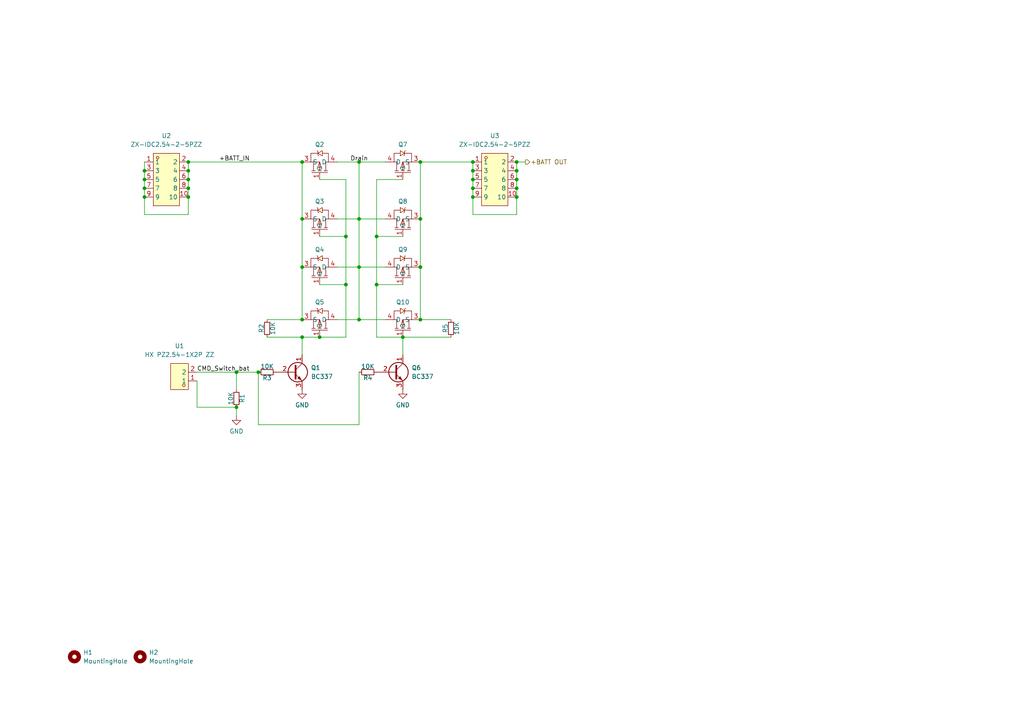
<source format=kicad_sch>
(kicad_sch (version 20231120) (generator "eeschema") (generator_version "8.0")
  (paper "A4")
  (lib_symbols
    (symbol "Device:R_Small" (pin_numbers hide) (pin_names (offset 0.254) hide)
      (property "Reference" "R" (at 0.762 0.508 0))
      (property "Value" "R_Small" (at 0.762 -1.016 0))
      (symbol "R_Small_0_1"
        (rectangle (start -0.762 1.778) (end 0.762 -1.778) (stroke (width 0.2032)))
      )
      (symbol "R_Small_1_1"
        (pin passive line (at 0 2.54 270) (length 0.762) (name "~") (number "1"))
        (pin passive line (at 0 -2.54 90) (length 0.762) (name "~") (number "2"))
      )
    )
    (symbol "Mechanical:MountingHole" (pin_names (offset 1.016)) (exclude_from_sim yes) (in_bom no)
      (property "Reference" "H" (at 0 5.08 0))
      (property "Value" "MountingHole" (at 0 3.175 0))
      (symbol "MountingHole_0_1"
        (circle (center 0 0) (radius 1.27) (stroke (width 1.27)))
      )
    )
    (symbol "Transistor_BJT:BC337" (pin_names (offset 0) hide)
      (property "Reference" "Q" (at 5.08 1.905 0))
      (property "Value" "BC337" (at 5.08 0 0))
      (symbol "BC337_0_1"
        (polyline (pts (xy 0 0) (xy 0.635 0)))
        (polyline (pts (xy 0.635 0.635) (xy 2.54 2.54)))
        (polyline (pts (xy 0.635 -0.635) (xy 2.54 -2.54) (xy 2.54 -2.54)))
        (polyline (pts (xy 0.635 1.905) (xy 0.635 -1.905) (xy 0.635 -1.905)) (stroke (width 0.508)))
        (polyline (pts (xy 1.27 -1.778) (xy 1.778 -1.27) (xy 2.286 -2.286) (xy 1.27 -1.778) (xy 1.27 -1.778)) (fill (type outline)))
        (circle (center 1.27 0) (radius 2.8194) (stroke (width 0.254)))
      )
      (symbol "BC337_1_1"
        (pin passive line (at 2.54 5.08 270) (length 2.54) (name "C") (number "1"))
        (pin input line (at -5.08 0 0) (length 5.08) (name "B") (number "2"))
        (pin passive line (at 2.54 -5.08 90) (length 2.54) (name "E") (number "3"))
      )
    )
    (symbol "easyeda2kicad:HXPZ2.54-1X2PZZ"
      (property "Reference" "U" (at 0 6.35 0))
      (property "Value" "HX PZ2.54-1X2P ZZ" (at 0 -6.35 0))
      (symbol "HXPZ2.54-1X2PZZ_0_1"
        (rectangle (start -2.54 3.81) (end 2.54 -3.81) (fill (type background)))
        (circle (center -1.27 2.54) (radius 0.38))
        (pin unspecified line (at -5.08 1.27 0) (length 2.54) (name "1") (number "1"))
        (pin unspecified line (at -5.08 -1.27 0) (length 2.54) (name "2") (number "2"))
      )
    )
    (symbol "easyeda2kicad:IRF4905STRLPBF"
      (property "Reference" "Q" (at 0 10.16 0))
      (property "Value" "IRF4905STRLPBF" (at 0 -10.16 0))
      (symbol "IRF4905STRLPBF_0_1"
        (polyline (pts (xy -1.78 2.29) (xy -1.78 -2.29)))
        (polyline (pts (xy -1.27 -2.29) (xy -1.27 -1.27)))
        (polyline (pts (xy -1.27 -0.51) (xy -1.27 0.51)))
        (polyline (pts (xy -1.27 1.27) (xy -1.27 2.29)))
        (polyline (pts (xy 1.27 -1.78) (xy -1.27 -1.78)))
        (polyline (pts (xy 1.27 1.78) (xy -1.27 1.78)))
        (polyline (pts (xy -1.27 0) (xy 1.27 0) (xy 1.27 -2.54)))
        (polyline (pts (xy 1.27 -2.54) (xy 3.81 -2.54) (xy 3.81 -0.51)))
        (polyline (pts (xy 1.27 0) (xy -0.25 0.51) (xy -0.25 -0.51) (xy 1.27 0)) (fill (type background)))
        (polyline (pts (xy 1.27 1.78) (xy 1.27 2.54) (xy 3.81 2.54) (xy 3.81 0.76)))
        (polyline (pts (xy 3.81 -0.51) (xy 4.57 0.76) (xy 3.05 0.76) (xy 3.81 -0.51)) (fill (type background)))
        (polyline (pts (xy 4.57 -0.76) (xy 4.32 -0.51) (xy 3.3 -0.51) (xy 3.05 -0.25)))
        (pin unspecified line (at -3.81 0 0) (length 2.032) (name "G") (number "1"))
        (pin unspecified line (at 1.27 -5.08 90) (length 2.54) (name "S") (number "3"))
        (pin unspecified line (at 1.27 5.08 270) (length 2.54) (name "D") (number "4"))
      )
    )
    (symbol "easyeda2kicad:ZX-IDC2.54-2-5PZZ"
      (property "Reference" "U" (at 0 10.16 0))
      (property "Value" "ZX-IDC2.54-2-5PZZ" (at 0 -10.16 0))
      (symbol "ZX-IDC2.54-2-5PZZ_0_1"
        (rectangle (start -3.81 7.62) (end 3.81 -7.62) (fill (type background)))
        (circle (center -2.54 6.35) (radius 0.38))
        (pin unspecified line (at -6.35 5.08 0) (length 2.54) (name "1") (number "1"))
        (pin unspecified line (at 6.35 -5.08 180) (length 2.54) (name "10") (number "10"))
        (pin unspecified line (at 6.35 5.08 180) (length 2.54) (name "2") (number "2"))
        (pin unspecified line (at -6.35 2.54 0) (length 2.54) (name "3") (number "3"))
        (pin unspecified line (at 6.35 2.54 180) (length 2.54) (name "4") (number "4"))
        (pin unspecified line (at -6.35 0 0) (length 2.54) (name "5") (number "5"))
        (pin unspecified line (at 6.35 0 180) (length 2.54) (name "6") (number "6"))
        (pin unspecified line (at -6.35 -2.54 0) (length 2.54) (name "7") (number "7"))
        (pin unspecified line (at 6.35 -2.54 180) (length 2.54) (name "8") (number "8"))
        (pin unspecified line (at -6.35 -5.08 0) (length 2.54) (name "9") (number "9"))
      )
    )
    (symbol "power:GND" (power) (pin_names (offset 0))
      (property "Value" "GND" (at 0 -3.81 0))
      (symbol "GND_0_1"
        (polyline (pts (xy 0 0) (xy 0 -1.27) (xy 1.27 -1.27) (xy 0 -2.54) (xy -1.27 -1.27) (xy 0 -1.27)))
      )
      (symbol "GND_1_1"
        (pin power_in line (at 0 0 270) (length 0) hide (name "GND") (number "1"))
      )
    )
  )
  (junction (at 137.16 57.15))
  (junction (at 100.33 68.58))
  (junction (at 137.16 52.07))
  (junction (at 104.14 92.71))
  (junction (at 41.91 52.07))
  (junction (at 54.61 57.15))
  (junction (at 116.84 97.79))
  (junction (at 121.92 46.99))
  (junction (at 54.61 46.99))
  (junction (at 54.61 54.61))
  (junction (at 109.22 82.55))
  (junction (at 41.91 54.61))
  (junction (at 104.14 46.99))
  (junction (at 74.93 107.95))
  (junction (at 121.92 63.5))
  (junction (at 137.16 46.99))
  (junction (at 149.86 52.07))
  (junction (at 149.86 49.53))
  (junction (at 109.22 68.58))
  (junction (at 137.16 54.61))
  (junction (at 104.14 63.5))
  (junction (at 54.61 52.07))
  (junction (at 104.14 77.47))
  (junction (at 87.63 63.5))
  (junction (at 149.86 57.15))
  (junction (at 121.92 77.47))
  (junction (at 100.33 82.55))
  (junction (at 41.91 49.53))
  (junction (at 87.63 77.47))
  (junction (at 87.63 46.99))
  (junction (at 68.58 107.95))
  (junction (at 54.61 49.53))
  (junction (at 137.16 49.53))
  (junction (at 149.86 46.99))
  (junction (at 92.71 97.79))
  (junction (at 68.58 118.11))
  (junction (at 87.63 97.79))
  (junction (at 149.86 54.61))
  (junction (at 121.92 92.71))
  (junction (at 87.63 92.71))
  (junction (at 41.91 57.15))
  (wire (pts (xy 57.15 110.49) (xy 57.15 118.11)))
  (wire (pts (xy 97.79 63.5) (xy 104.14 63.5)))
  (wire (pts (xy 116.84 97.79) (xy 130.81 97.79)))
  (wire (pts (xy 121.92 46.99) (xy 137.16 46.99)))
  (wire (pts (xy 116.84 82.55) (xy 109.22 82.55)))
  (wire (pts (xy 54.61 54.61) (xy 54.61 57.15)))
  (wire (pts (xy 121.92 63.5) (xy 121.92 77.47)))
  (wire (pts (xy 54.61 49.53) (xy 54.61 52.07)))
  (wire (pts (xy 87.63 77.47) (xy 87.63 92.71)))
  (wire (pts (xy 87.63 97.79) (xy 87.63 102.87)))
  (wire (pts (xy 57.15 107.95) (xy 68.58 107.95)))
  (wire (pts (xy 104.14 107.95) (xy 104.14 123.19)))
  (wire (pts (xy 149.86 49.53) (xy 149.86 52.07)))
  (wire (pts (xy 109.22 97.79) (xy 109.22 82.55)))
  (wire (pts (xy 77.47 97.79) (xy 87.63 97.79)))
  (wire (pts (xy 149.86 46.99) (xy 152.4 46.99)))
  (wire (pts (xy 100.33 97.79) (xy 100.33 82.55)))
  (wire (pts (xy 100.33 52.07) (xy 100.33 68.58)))
  (wire (pts (xy 104.14 123.19) (xy 74.93 123.19)))
  (wire (pts (xy 137.16 62.23) (xy 149.86 62.23)))
  (wire (pts (xy 41.91 57.15) (xy 41.91 62.23)))
  (wire (pts (xy 97.79 46.99) (xy 104.14 46.99)))
  (wire (pts (xy 149.86 62.23) (xy 149.86 57.15)))
  (wire (pts (xy 68.58 107.95) (xy 74.93 107.95)))
  (wire (pts (xy 149.86 52.07) (xy 149.86 54.61)))
  (wire (pts (xy 121.92 46.99) (xy 121.92 63.5)))
  (wire (pts (xy 137.16 54.61) (xy 137.16 57.15)))
  (wire (pts (xy 54.61 52.07) (xy 54.61 54.61)))
  (wire (pts (xy 87.63 46.99) (xy 87.63 63.5)))
  (wire (pts (xy 97.79 77.47) (xy 104.14 77.47)))
  (wire (pts (xy 92.71 82.55) (xy 100.33 82.55)))
  (wire (pts (xy 104.14 92.71) (xy 111.76 92.71)))
  (wire (pts (xy 116.84 52.07) (xy 109.22 52.07)))
  (wire (pts (xy 54.61 46.99) (xy 54.61 49.53)))
  (wire (pts (xy 41.91 49.53) (xy 41.91 52.07)))
  (wire (pts (xy 104.14 63.5) (xy 104.14 77.47)))
  (wire (pts (xy 57.15 118.11) (xy 68.58 118.11)))
  (wire (pts (xy 100.33 82.55) (xy 100.33 68.58)))
  (wire (pts (xy 77.47 92.71) (xy 87.63 92.71)))
  (wire (pts (xy 104.14 77.47) (xy 104.14 92.71)))
  (wire (pts (xy 109.22 82.55) (xy 109.22 68.58)))
  (wire (pts (xy 137.16 46.99) (xy 137.16 49.53)))
  (wire (pts (xy 116.84 97.79) (xy 116.84 102.87)))
  (wire (pts (xy 121.92 77.47) (xy 121.92 92.71)))
  (wire (pts (xy 149.86 46.99) (xy 149.86 49.53)))
  (wire (pts (xy 74.93 123.19) (xy 74.93 107.95)))
  (wire (pts (xy 92.71 52.07) (xy 100.33 52.07)))
  (wire (pts (xy 137.16 57.15) (xy 137.16 62.23)))
  (wire (pts (xy 97.79 92.71) (xy 104.14 92.71)))
  (wire (pts (xy 41.91 46.99) (xy 41.91 49.53)))
  (wire (pts (xy 137.16 52.07) (xy 137.16 54.61)))
  (wire (pts (xy 149.86 54.61) (xy 149.86 57.15)))
  (wire (pts (xy 104.14 77.47) (xy 111.76 77.47)))
  (wire (pts (xy 104.14 46.99) (xy 104.14 63.5)))
  (wire (pts (xy 92.71 97.79) (xy 100.33 97.79)))
  (wire (pts (xy 104.14 63.5) (xy 111.76 63.5)))
  (wire (pts (xy 68.58 113.03) (xy 68.58 107.95)))
  (wire (pts (xy 116.84 97.79) (xy 109.22 97.79)))
  (wire (pts (xy 130.81 92.71) (xy 121.92 92.71)))
  (wire (pts (xy 137.16 49.53) (xy 137.16 52.07)))
  (wire (pts (xy 87.63 97.79) (xy 92.71 97.79)))
  (wire (pts (xy 68.58 120.65) (xy 68.58 118.11)))
  (wire (pts (xy 109.22 52.07) (xy 109.22 68.58)))
  (wire (pts (xy 41.91 54.61) (xy 41.91 57.15)))
  (wire (pts (xy 54.61 62.23) (xy 54.61 57.15)))
  (wire (pts (xy 87.63 63.5) (xy 87.63 77.47)))
  (wire (pts (xy 100.33 68.58) (xy 92.71 68.58)))
  (wire (pts (xy 109.22 68.58) (xy 116.84 68.58)))
  (wire (pts (xy 41.91 52.07) (xy 41.91 54.61)))
  (wire (pts (xy 54.61 46.99) (xy 87.63 46.99)))
  (wire (pts (xy 104.14 46.99) (xy 111.76 46.99)))
  (wire (pts (xy 41.91 62.23) (xy 54.61 62.23)))
  (label "CMD_Switch_bat" (at 57.15 107.95 0))
  (label "Drain" (at 101.6 46.99 0))
  (label "+BATT_IN" (at 63.5 46.99 0))
  (hierarchical_label "+BATT OUT" (shape output) (at 152.4 46.99 0))
  (symbol (lib_id "easyeda2kicad:IRF4905STRLPBF") (at 116.84 64.77 90) (unit 1)
    (property "Reference" "Q8" (at 116.84 58.42 90))
    (property "Value" "IRF4905STRLPBF" (effects (hide yes)))
    (property "Footprint" "easyeda2kicad:D2PAK_L9.1-W10.0-P2.54-LS15.3-TL" (effects (hide yes)))
    (property "Datasheet" "https://lcsc.com/product-detail/MOSFET_IR_IRF4905STRLPBF_IRF4905STRLPBF_C2620.html" (effects (hide yes)))
    (property "LCSC Part" "C2620" (effects (hide yes)))
  )
  (symbol (lib_id "power:GND") (at 116.84 113.03 0) (unit 1)
    (property "Reference" "#PWR03" (effects (hide yes)))
    (property "Value" "GND" (at 116.84 117.475 0))
  )
  (symbol (lib_id "Device:R_Small") (at 68.58 115.57 0) (unit 1)
    (property "Reference" "R1" (at 70.231 115.57 90))
    (property "Value" "10K" (at 66.929 115.57 90))
    (property "Footprint" "Resistor_SMD:R_0603_1608Metric" (effects (hide yes)))
  )
  (symbol (lib_id "easyeda2kicad:ZX-IDC2.54-2-5PZZ") (at 48.26 52.07 0) (unit 1)
    (property "Reference" "U2" (at 48.26 39.37 0))
    (property "Value" "ZX-IDC2.54-2-5PZZ" (at 48.26 41.91 0))
    (property "Footprint" "easyeda2kicad:IDC-TH_10P-P2.54_ZX-IDC2.54-2-5PZZ" (effects (hide yes)))
    (property "LCSC Part" "C7501191" (effects (hide yes)))
  )
  (symbol (lib_id "easyeda2kicad:IRF4905STRLPBF") (at 116.84 93.98 90) (unit 1)
    (property "Reference" "Q10" (at 116.84 87.63 90))
    (property "Value" "IRF4905STRLPBF" (effects (hide yes)))
    (property "Footprint" "easyeda2kicad:D2PAK_L9.1-W10.0-P2.54-LS15.3-TL" (effects (hide yes)))
    (property "Datasheet" "https://lcsc.com/product-detail/MOSFET_IR_IRF4905STRLPBF_IRF4905STRLPBF_C2620.html" (effects (hide yes)))
    (property "LCSC Part" "C2620" (effects (hide yes)))
  )
  (symbol (lib_id "Transistor_BJT:BC337") (at 85.09 107.95 0) (unit 1)
    (property "Reference" "Q1" (at 90.17 106.6799 0) (effects (justify left)))
    (property "Value" "BC337" (at 90.17 109.2199 0) (effects (justify left)))
    (property "Footprint" "Package_TO_SOT_SMD:SOT-23-3" (effects (hide yes)))
    (property "Datasheet" "https://diotec.com/tl_files/diotec/files/pdf/datasheets/bc337.pdf" (effects (hide yes)))
    (property "Description" "0.8A Ic, 45V Vce, NPN Transistor, TO-92" (effects (hide yes)))
  )
  (symbol (lib_id "Transistor_BJT:BC337") (at 114.3 107.95 0) (unit 1)
    (property "Reference" "Q6" (at 119.38 106.6799 0) (effects (justify left)))
    (property "Value" "BC337" (at 119.38 109.2199 0) (effects (justify left)))
    (property "Footprint" "Package_TO_SOT_SMD:SOT-23-3" (effects (hide yes)))
    (property "Datasheet" "https://diotec.com/tl_files/diotec/files/pdf/datasheets/bc337.pdf" (effects (hide yes)))
    (property "Description" "0.8A Ic, 45V Vce, NPN Transistor, TO-92" (effects (hide yes)))
  )
  (symbol (lib_id "easyeda2kicad:IRF4905STRLPBF") (at 92.71 64.77 270) (mirror x) (unit 1)
    (property "Reference" "Q3" (at 92.71 58.42 90))
    (property "Value" "IRF4905STRLPBF" (effects (hide yes)))
    (property "Footprint" "easyeda2kicad:D2PAK_L9.1-W10.0-P2.54-LS15.3-TL" (effects (hide yes)))
    (property "Datasheet" "https://lcsc.com/product-detail/MOSFET_IR_IRF4905STRLPBF_IRF4905STRLPBF_C2620.html" (effects (hide yes)))
    (property "LCSC Part" "C2620" (effects (hide yes)))
  )
  (symbol (lib_id "Mechanical:MountingHole") (at 21.59 190.5 0) (unit 1) (exclude_from_sim yes) (in_bom no)
    (property "Reference" "H1" (at 24.13 189.2299 0) (effects (justify left)))
    (property "Value" "MountingHole" (at 24.13 191.7699 0) (effects (justify left)))
    (property "Footprint" "MountingHole:MountingHole_2.7mm_M2.5" (effects (hide yes)))
    (property "Description" "Mounting Hole without connection" (effects (hide yes)))
  )
  (symbol (lib_id "power:GND") (at 68.58 120.65 0) (unit 1)
    (property "Reference" "#PWR01" (effects (hide yes)))
    (property "Value" "GND" (at 68.58 125.095 0))
  )
  (symbol (lib_id "easyeda2kicad:IRF4905STRLPBF") (at 116.84 78.74 90) (unit 1)
    (property "Reference" "Q9" (at 116.84 72.39 90))
    (property "Value" "IRF4905STRLPBF" (effects (hide yes)))
    (property "Footprint" "easyeda2kicad:D2PAK_L9.1-W10.0-P2.54-LS15.3-TL" (effects (hide yes)))
    (property "Datasheet" "https://lcsc.com/product-detail/MOSFET_IR_IRF4905STRLPBF_IRF4905STRLPBF_C2620.html" (effects (hide yes)))
    (property "LCSC Part" "C2620" (effects (hide yes)))
  )
  (symbol (lib_id "Device:R_Small") (at 77.47 95.25 180) (unit 1)
    (property "Reference" "R2" (at 75.819 95.25 90))
    (property "Value" "10K" (at 79.121 95.25 90))
    (property "Footprint" "Resistor_SMD:R_0603_1608Metric" (effects (hide yes)))
  )
  (symbol (lib_id "Device:R_Small") (at 77.47 107.95 270) (unit 1)
    (property "Reference" "R3" (at 77.47 109.601 90))
    (property "Value" "10K" (at 77.47 106.299 90))
    (property "Footprint" "Resistor_SMD:R_0603_1608Metric" (effects (hide yes)))
  )
  (symbol (lib_id "easyeda2kicad:IRF4905STRLPBF") (at 92.71 93.98 270) (mirror x) (unit 1)
    (property "Reference" "Q5" (at 92.71 87.63 90))
    (property "Value" "IRF4905STRLPBF" (effects (hide yes)))
    (property "Footprint" "easyeda2kicad:D2PAK_L9.1-W10.0-P2.54-LS15.3-TL" (effects (hide yes)))
    (property "Datasheet" "https://lcsc.com/product-detail/MOSFET_IR_IRF4905STRLPBF_IRF4905STRLPBF_C2620.html" (effects (hide yes)))
    (property "LCSC Part" "C2620" (effects (hide yes)))
  )
  (symbol (lib_id "Device:R_Small") (at 106.68 107.95 270) (unit 1)
    (property "Reference" "R4" (at 106.68 109.601 90))
    (property "Value" "10K" (at 106.68 106.299 90))
    (property "Footprint" "Resistor_SMD:R_0603_1608Metric" (effects (hide yes)))
  )
  (symbol (lib_id "power:GND") (at 87.63 113.03 0) (unit 1)
    (property "Reference" "#PWR02" (effects (hide yes)))
    (property "Value" "GND" (at 87.63 117.475 0))
  )
  (symbol (lib_id "easyeda2kicad:IRF4905STRLPBF") (at 116.84 48.26 90) (unit 1)
    (property "Reference" "Q7" (at 116.84 41.91 90))
    (property "Value" "IRF4905STRLPBF" (effects (hide yes)))
    (property "Footprint" "easyeda2kicad:D2PAK_L9.1-W10.0-P2.54-LS15.3-TL" (effects (hide yes)))
    (property "Datasheet" "https://lcsc.com/product-detail/MOSFET_IR_IRF4905STRLPBF_IRF4905STRLPBF_C2620.html" (effects (hide yes)))
    (property "LCSC Part" "C2620" (effects (hide yes)))
  )
  (symbol (lib_id "easyeda2kicad:ZX-IDC2.54-2-5PZZ") (at 143.51 52.07 0) (unit 1)
    (property "Reference" "U3" (at 143.51 39.37 0))
    (property "Value" "ZX-IDC2.54-2-5PZZ" (at 143.51 41.91 0))
    (property "Footprint" "easyeda2kicad:IDC-TH_10P-P2.54_ZX-IDC2.54-2-5PZZ" (effects (hide yes)))
    (property "LCSC Part" "C7501191" (effects (hide yes)))
  )
  (symbol (lib_id "Device:R_Small") (at 130.81 95.25 180) (unit 1)
    (property "Reference" "R5" (at 129.159 95.25 90))
    (property "Value" "10K" (at 132.461 95.25 90))
    (property "Footprint" "Resistor_SMD:R_0603_1608Metric" (effects (hide yes)))
  )
  (symbol (lib_id "easyeda2kicad:IRF4905STRLPBF") (at 92.71 48.26 270) (mirror x) (unit 1)
    (property "Reference" "Q2" (at 92.71 41.91 90))
    (property "Value" "IRF4905STRLPBF" (effects (hide yes)))
    (property "Footprint" "easyeda2kicad:D2PAK_L9.1-W10.0-P2.54-LS15.3-TL" (effects (hide yes)))
    (property "Datasheet" "https://lcsc.com/product-detail/MOSFET_IR_IRF4905STRLPBF_IRF4905STRLPBF_C2620.html" (effects (hide yes)))
    (property "LCSC Part" "C2620" (effects (hide yes)))
  )
  (symbol (lib_id "easyeda2kicad:IRF4905STRLPBF") (at 92.71 78.74 270) (mirror x) (unit 1)
    (property "Reference" "Q4" (at 92.71 72.39 90))
    (property "Value" "IRF4905STRLPBF" (effects (hide yes)))
    (property "Footprint" "easyeda2kicad:D2PAK_L9.1-W10.0-P2.54-LS15.3-TL" (effects (hide yes)))
    (property "Datasheet" "https://lcsc.com/product-detail/MOSFET_IR_IRF4905STRLPBF_IRF4905STRLPBF_C2620.html" (effects (hide yes)))
    (property "LCSC Part" "C2620" (effects (hide yes)))
  )
  (symbol (lib_id "easyeda2kicad:HXPZ2.54-1X2PZZ") (at 52.07 109.22 180) (unit 1)
    (property "Reference" "U1" (at 52.07 100.33 0))
    (property "Value" "HX PZ2.54-1X2P ZZ" (at 52.07 102.87 0))
    (property "Footprint" "easyeda2kicad:HDR-TH_2P-P2.54-V-M-3" (effects (hide yes)))
    (property "LCSC Part" "C32713268" (effects (hide yes)))
  )
  (symbol (lib_id "Mechanical:MountingHole") (at 40.64 190.5 0) (unit 1) (exclude_from_sim yes) (in_bom no)
    (property "Reference" "H2" (at 43.18 189.2299 0) (effects (justify left)))
    (property "Value" "MountingHole" (at 43.18 191.7699 0) (effects (justify left)))
    (property "Footprint" "MountingHole:MountingHole_2.7mm_M2.5" (effects (hide yes)))
    (property "Description" "Mounting Hole without connection" (effects (hide yes)))
  )
)
</source>
